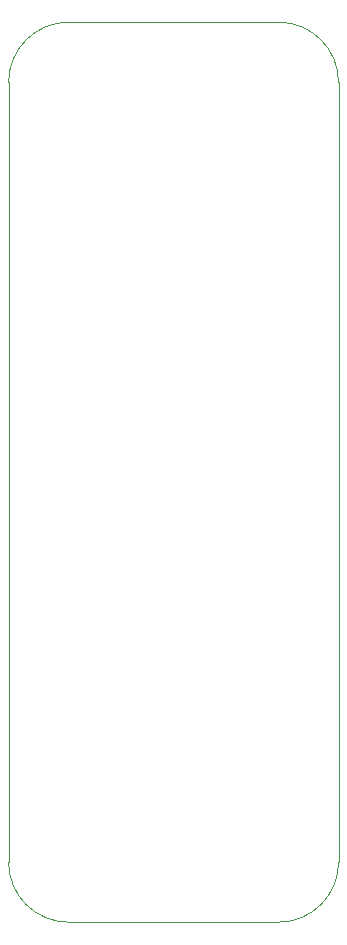
<source format=gbr>
%TF.GenerationSoftware,KiCad,Pcbnew,8.0.5*%
%TF.CreationDate,2024-11-16T19:04:17+01:00*%
%TF.ProjectId,esp8266-expansion-board,65737038-3236-4362-9d65-7870616e7369,rev?*%
%TF.SameCoordinates,Original*%
%TF.FileFunction,Profile,NP*%
%FSLAX46Y46*%
G04 Gerber Fmt 4.6, Leading zero omitted, Abs format (unit mm)*
G04 Created by KiCad (PCBNEW 8.0.5) date 2024-11-16 19:04:17*
%MOMM*%
%LPD*%
G01*
G04 APERTURE LIST*
%TA.AperFunction,Profile*%
%ADD10C,0.050000*%
%TD*%
G04 APERTURE END LIST*
D10*
X58444817Y-30559290D02*
X58444817Y-96599290D01*
X63524817Y-101679290D02*
G75*
G02*
X58444810Y-96599290I-17J5079990D01*
G01*
X58444817Y-30559290D02*
G75*
G02*
X63524817Y-25479317I5079983J-10D01*
G01*
X81304817Y-101679285D02*
X63524817Y-101679290D01*
X81304817Y-25479290D02*
G75*
G02*
X86384810Y-30559290I-17J-5080010D01*
G01*
X86384817Y-96599290D02*
G75*
G02*
X81304817Y-101679317I-5080017J-10D01*
G01*
X86384814Y-30559290D02*
X86384817Y-96599290D01*
X63524817Y-25479290D02*
X81304817Y-25479290D01*
M02*

</source>
